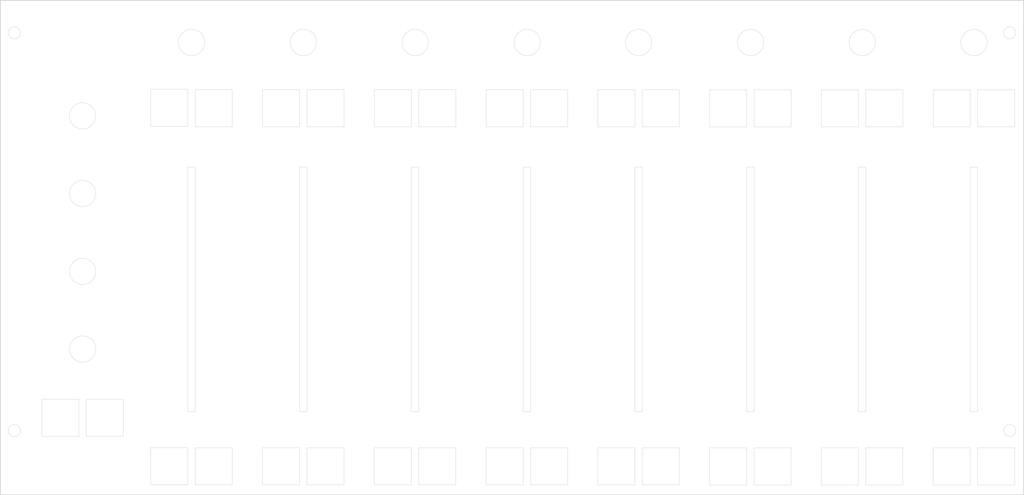
<source format=kicad_pcb>
(kicad_pcb (version 20210424) (generator pcbnew)

  (general
    (thickness 1.6)
  )

  (paper "A3")
  (layers
    (0 "F.Cu" signal)
    (31 "B.Cu" signal)
    (32 "B.Adhes" user "B.Adhesive")
    (33 "F.Adhes" user "F.Adhesive")
    (34 "B.Paste" user)
    (35 "F.Paste" user)
    (36 "B.SilkS" user "B.Silkscreen")
    (37 "F.SilkS" user "F.Silkscreen")
    (38 "B.Mask" user)
    (39 "F.Mask" user)
    (40 "Dwgs.User" user "User.Drawings")
    (41 "Cmts.User" user "User.Comments")
    (42 "Eco1.User" user "User.Eco1")
    (43 "Eco2.User" user "User.Eco2")
    (44 "Edge.Cuts" user)
    (45 "Margin" user)
    (46 "B.CrtYd" user "B.Courtyard")
    (47 "F.CrtYd" user "F.Courtyard")
    (48 "B.Fab" user)
    (49 "F.Fab" user)
    (50 "User.1" user)
    (51 "User.2" user)
    (52 "User.3" user)
    (53 "User.4" user)
    (54 "User.5" user)
    (55 "User.6" user)
    (56 "User.7" user)
    (57 "User.8" user)
    (58 "User.9" user)
  )

  (setup
    (stackup
      (layer "F.SilkS" (type "Top Silk Screen"))
      (layer "F.Paste" (type "Top Solder Paste"))
      (layer "F.Mask" (type "Top Solder Mask") (color "Green") (thickness 0.01))
      (layer "F.Cu" (type "copper") (thickness 0.035))
      (layer "dielectric 1" (type "core") (thickness 1.51) (material "FR4") (epsilon_r 4.5) (loss_tangent 0.02))
      (layer "B.Cu" (type "copper") (thickness 0.035))
      (layer "B.Mask" (type "Bottom Solder Mask") (color "Green") (thickness 0.01))
      (layer "B.Paste" (type "Bottom Solder Paste"))
      (layer "B.SilkS" (type "Bottom Silk Screen"))
      (copper_finish "None")
      (dielectric_constraints no)
    )
    (pad_to_mask_clearance 0)
    (pcbplotparams
      (layerselection 0x00010fc_ffffffff)
      (disableapertmacros false)
      (usegerberextensions true)
      (usegerberattributes true)
      (usegerberadvancedattributes true)
      (creategerberjobfile true)
      (svguseinch false)
      (svgprecision 6)
      (excludeedgelayer true)
      (plotframeref false)
      (viasonmask false)
      (mode 1)
      (useauxorigin false)
      (hpglpennumber 1)
      (hpglpenspeed 20)
      (hpglpendiameter 15.000000)
      (dxfpolygonmode true)
      (dxfimperialunits true)
      (dxfusepcbnewfont true)
      (psnegative false)
      (psa4output false)
      (plotreference true)
      (plotvalue true)
      (plotinvisibletext false)
      (sketchpadsonfab false)
      (subtractmaskfromsilk true)
      (outputformat 1)
      (mirror false)
      (drillshape 0)
      (scaleselection 1)
      (outputdirectory "../../../Downloads/gerbers-aug12/")
    )
  )

  (net 0 "")

  (gr_circle (center 69.33 194.95) (end 67.7 194.95) (layer "Edge.Cuts") (width 0.1) (fill none) (tstamp 029c003a-a1e2-4b56-b9df-298192272e75))
  (gr_rect (start 236.73 209.59) (end 226.73 199.59) (layer "Edge.Cuts") (width 0.1) (fill none) (tstamp 02be7690-4865-4db4-99ec-d262c64c79e9))
  (gr_rect (start 128.1038 209.5892) (end 118.1038 199.5892) (layer "Edge.Cuts") (width 0.1) (fill none) (tstamp 02c2ebbd-f6ff-4447-a1d9-1433700e12f5))
  (gr_rect (start 188.43 209.59) (end 178.43 199.59) (layer "Edge.Cuts") (width 0.1) (fill none) (tstamp 07f9ed43-9f65-439f-b8ae-5770a48b22d9))
  (gr_rect (start 128.1138 112.9992) (end 118.1138 102.9992) (layer "Edge.Cuts") (width 0.1) (fill none) (tstamp 09dca457-6357-4bcd-b0f4-8220318fcf40))
  (gr_circle (center 298.07 90.24) (end 301 88.25) (layer "Edge.Cuts") (width 0.1) (fill none) (tstamp 1802334d-628b-455f-a66f-e503d4053382))
  (gr_rect (start 309.03 209.6) (end 299.03 199.6) (layer "Edge.Cuts") (width 0.1) (fill none) (tstamp 18430fb3-54c7-42da-b82c-c1df272e4e76))
  (gr_rect (start 327.2 113.01) (end 317.2 103.01) (layer "Edge.Cuts") (width 0.1) (fill none) (tstamp 1bcd1751-691f-47ea-8121-a8336906aa5b))
  (gr_rect (start 266.87 209.61) (end 256.87 199.61) (layer "Edge.Cuts") (width 0.1) (fill none) (tstamp 1d588cbf-db9d-4766-ae0c-d9d5202682c9))
  (gr_circle (center 328.21 90.23) (end 331.14 88.24) (layer "Edge.Cuts") (width 0.1) (fill none) (tstamp 1d97e5b6-1dea-4cd8-9fa4-a008a5898323))
  (gr_circle (center 87.74 130.97) (end 90.67 128.98) (layer "Edge.Cuts") (width 0.1) (fill none) (tstamp 2027eafc-e6f5-40f1-a979-2da14c21bd73))
  (gr_rect (start 116.12 123.86) (end 118.12 189.85) (layer "Edge.Cuts") (width 0.1) (fill none) (tstamp 2892d804-8d08-4834-a4f3-2f49df9df09f))
  (gr_rect (start 146.267228 112.9992) (end 136.267228 102.9992) (layer "Edge.Cuts") (width 0.1) (fill none) (tstamp 2c06a3cc-aa2c-42db-90ae-efd4bc080d08))
  (gr_rect (start 218.59 209.59) (end 208.59 199.59) (layer "Edge.Cuts") (width 0.1) (fill none) (tstamp 2e406605-221c-45b5-a5a5-ebf247faa1ff))
  (gr_rect (start 248.74 113) (end 238.74 103) (layer "Edge.Cuts") (width 0.1) (fill none) (tstamp 32f42de9-0917-4bba-b2c9-d9dfd3147c44))
  (gr_rect (start 116.1038 209.55) (end 106.1038 199.55) (layer "Edge.Cuts") (width 0.1) (fill none) (tstamp 360ee3d6-874b-441e-bc4b-3da000097168))
  (gr_rect (start 116.1138 112.8722) (end 106.1138 102.8722) (layer "Edge.Cuts") (width 0.1) (fill none) (tstamp 3a8d9a36-fed9-4200-9d39-fa8ebab55877))
  (gr_rect (start 309.04 113.01) (end 299.04 103.01) (layer "Edge.Cuts") (width 0.1) (fill none) (tstamp 484c33e8-ebea-4efc-b05e-392d7b78d3e6))
  (gr_rect (start 158.257228 209.5892) (end 148.257228 199.5892) (layer "Edge.Cuts") (width 0.1) (fill none) (tstamp 4be8f5bd-e368-418f-a025-8fe8bc3dc2c6))
  (gr_rect (start 266.88 123.85) (end 268.88 189.84) (layer "Edge.Cuts") (width 0.1) (fill none) (tstamp 4c10b6de-dd82-46c7-a3bd-017471729aef))
  (gr_rect (start 297.03 123.85) (end 299.03 189.84) (layer "Edge.Cuts") (width 0.1) (fill none) (tstamp 54585660-2637-419a-a813-ae61b3c3b4ba))
  (gr_rect (start 266.88 113.02) (end 256.88 103.02) (layer "Edge.Cuts") (width 0.1) (fill none) (tstamp 580489bb-1ac9-449c-9a4b-7da08ba7fe7c))
  (gr_rect (start 339.19 209.6) (end 329.19 199.6) (layer "Edge.Cuts") (width 0.1) (fill none) (tstamp 5c93d27e-93ef-4527-96ea-6005739a7834))
  (gr_rect (start 158.267228 112.9992) (end 148.267228 102.9992) (layer "Edge.Cuts") (width 0.1) (fill none) (tstamp 5eedaac1-6cdd-4878-89e2-bb24ee21ec53))
  (gr_rect (start 339.2 113.01) (end 329.2 103.01) (layer "Edge.Cuts") (width 0.1) (fill none) (tstamp 711e1c46-00a9-4d90-b4ee-75dfa5d80724))
  (gr_rect (start 206.58 123.85) (end 208.58 189.84) (layer "Edge.Cuts") (width 0.1) (fill none) (tstamp 75afc3e4-41ff-4f3c-8900-926bd1bc79b6))
  (gr_circle (center 207.7 90.23) (end 210.63 88.24) (layer "Edge.Cuts") (width 0.1) (fill none) (tstamp 7a1a552a-1d2d-4a07-8d39-bf2be7feea92))
  (gr_rect (start 146.257228 209.5892) (end 136.257228 199.5892) (layer "Edge.Cuts") (width 0.1) (fill none) (tstamp 7c540285-edb0-4dc6-9c7e-565c192df6df))
  (gr_rect (start 86.74 196.51) (end 76.74 186.51) (layer "Edge.Cuts") (width 0.1) (fill none) (tstamp 7dff6b05-abe8-40b5-b672-6a704a7fe227))
  (gr_rect (start 206.6 113) (end 196.6 103) (layer "Edge.Cuts") (width 0.1) (fill none) (tstamp 91ba885e-a12a-496d-9f5c-b0810946d4a1))
  (gr_rect (start 297.04 113.01) (end 287.04 103.01) (layer "Edge.Cuts") (width 0.1) (fill none) (tstamp 94657554-b5ae-48ea-9fc4-c5057838bb03))
  (gr_rect (start 327.19 123.85) (end 329.19 189.84) (layer "Edge.Cuts") (width 0.1) (fill none) (tstamp 9521816c-ac77-4347-999e-149da9526517))
  (gr_rect (start 188.44 113) (end 178.44 103) (layer "Edge.Cuts") (width 0.1) (fill none) (tstamp 96b61bfd-6c37-43ec-913d-4991dd1e6ecc))
  (gr_rect (start 327.19 209.6) (end 317.19 199.6) (layer "Edge.Cuts") (width 0.1) (fill none) (tstamp a10c1909-17fc-452a-8f5f-85381e0c8334))
  (gr_circle (center 267.95 90.24) (end 270.88 88.25) (layer "Edge.Cuts") (width 0.1) (fill none) (tstamp a564d99b-97ee-42f8-929a-8547698afc68))
  (gr_circle (center 87.74 151.98) (end 90.67 149.99) (layer "Edge.Cuts") (width 0.1) (fill none) (tstamp a76efb71-e29a-450f-a2fb-2cc6b73cf607))
  (gr_rect (start 248.73 209.59) (end 238.73 199.59) (layer "Edge.Cuts") (width 0.1) (fill none) (tstamp a99c0bb1-17a3-4ac3-9936-d87068b25129))
  (gr_rect (start 176.44 113) (end 166.44 103) (layer "Edge.Cuts") (width 0.1) (fill none) (tstamp af1ed950-79b2-458b-a010-c96a6ba4d746))
  (gr_circle (center 337.84 87.65) (end 336.21 87.65) (layer "Edge.Cuts") (width 0.1) (fill none) (tstamp af46099a-88ee-4441-bd18-9954f216b940))
  (gr_rect (start 176.43 209.59) (end 166.43 199.59) (layer "Edge.Cuts") (width 0.1) (fill none) (tstamp b05bed7d-ae55-4722-9e29-9eda28067f55))
  (gr_rect (start 98.74 196.51) (end 88.74 186.51) (layer "Edge.Cuts") (width 0.1) (fill none) (tstamp b08a0714-f8c4-44eb-9110-c4fc8b499052))
  (gr_rect (start 297.03 209.6) (end 287.03 199.6) (layer "Edge.Cuts") (width 0.1) (fill none) (tstamp b4e08df8-de15-488c-833d-8a6ace790b1a))
  (gr_rect (start 176.42 123.85) (end 178.42 189.84) (layer "Edge.Cuts") (width 0.1) (fill none) (tstamp b5082521-de05-4e0c-8252-be04180c0c4f))
  (gr_rect (start 236.73 123.85) (end 238.73 189.84) (layer "Edge.Cuts") (width 0.1) (fill none) (tstamp b53c3292-bec8-4ae5-aa13-daa0bd3105aa))
  (gr_rect (start 236.74 113) (end 226.74 103) (layer "Edge.Cuts") (width 0.1) (fill none) (tstamp b75273cc-ff41-42c0-bfff-391a38808042))
  (gr_circle (center 87.76 172.938108) (end 90.69 170.948108) (layer "Edge.Cuts") (width 0.1) (fill none) (tstamp b8cc5465-17a2-485a-9918-ea67f404614e))
  (gr_circle (center 69.32 87.65) (end 67.69 87.65) (layer "Edge.Cuts") (width 0.1) (fill none) (tstamp bde648da-0c09-4d8a-b871-d4a033b3b87c))
  (gr_circle (center 337.87 194.92) (end 336.24 194.92) (layer "Edge.Cuts") (width 0.1) (fill none) (tstamp bf8d9a6a-2a5d-422d-ac61-b5d54fe52999))
  (gr_circle (center 87.73 110.03) (end 90.66 108.04) (layer "Edge.Cuts") (width 0.1) (fill none) (tstamp c0846260-3004-4ceb-bb8d-292f1746fe1d))
  (gr_circle (center 147.29 90.22) (end 150.22 88.23) (layer "Edge.Cuts") (width 0.1) (fill none) (tstamp c9d9a465-b70b-470c-a2c6-4a5767fefc95))
  (gr_rect (start 206.59 209.59) (end 196.59 199.59) (layer "Edge.Cuts") (width 0.1) (fill none) (tstamp d3f20df0-2170-419e-b858-4b214e505985))
  (gr_rect (start 146.27 123.85) (end 148.27 189.84) (layer "Edge.Cuts") (width 0.1) (fill none) (tstamp d9cbc61b-08fa-4506-a928-535a2bbf866a))
  (gr_circle (center 237.74 90.23) (end 240.67 88.24) (layer "Edge.Cuts") (width 0.1) (fill none) (tstamp da20b5da-bc7c-41a9-ac55-3dec12a89fed))
  (gr_rect locked (start 65.555228 78.8722) (end 341.618228 212.2682) (layer "Edge.Cuts") (width 0.2) (fill none) (tstamp da679305-4102-44b0-9445-ce48e1f65da7))
  (gr_rect (start 218.6 113) (end 208.6 103) (layer "Edge.Cuts") (width 0.1) (fill none) (tstamp ea1d9d41-8f97-4cf9-81e9-0d523c0fc89b))
  (gr_circle (center 117.12 90.22) (end 120.05 88.23) (layer "Edge.Cuts") (width 0.1) (fill none) (tstamp eee7e3f5-5b99-4647-b75b-b84feec80b18))
  (gr_circle (center 177.48 90.23) (end 180.41 88.24) (layer "Edge.Cuts") (width 0.1) (fill none) (tstamp f51ed446-d5e8-4208-82d8-087faf1022e9))
  (gr_rect (start 278.87 209.61) (end 268.87 199.61) (layer "Edge.Cuts") (width 0.1) (fill none) (tstamp fea9e011-3ff4-432c-a440-a01b63df9e50))
  (gr_rect (start 278.88 113.02) (end 268.88 103.02) (layer "Edge.Cuts") (width 0.1) (fill none) (tstamp ff6e79ad-20e2-426c-95ce-e5162a2d2c01))

)

</source>
